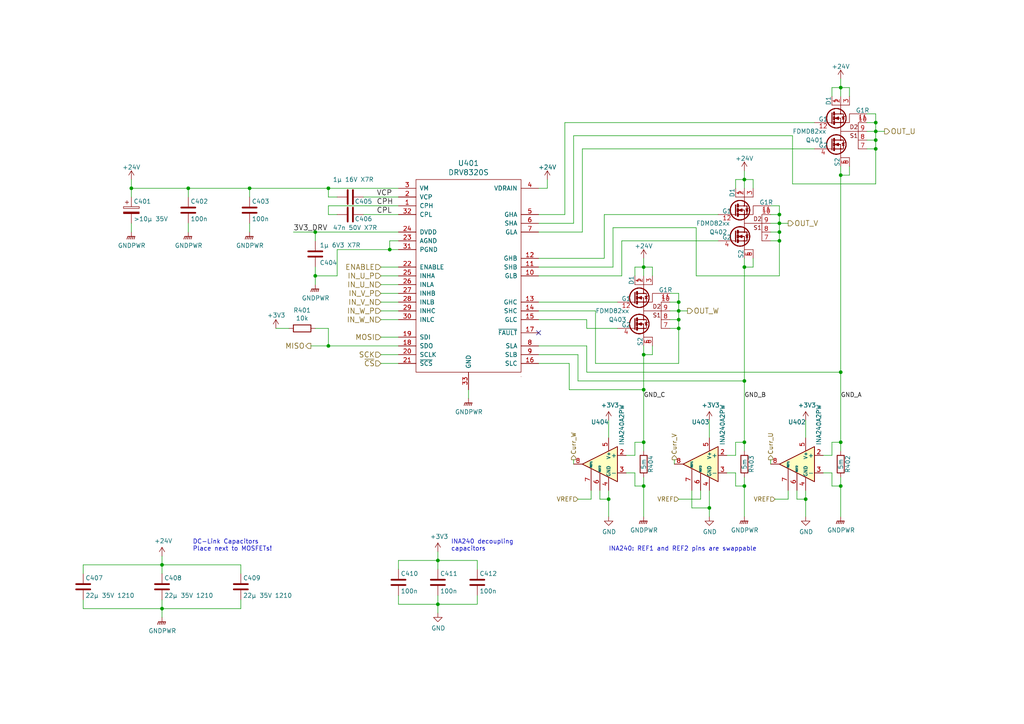
<source format=kicad_sch>
(kicad_sch (version 20230121) (generator eeschema)
  (paper "A4")
  (title_block (title "Micro-Motor V2.1") (date "2021-07-31") (rev "1") (company "Roboterclub Aachen e.V.") (comment 1 "Raphael Lehmann"))
  (lib_symbols
    (symbol "Amplifier_Current:INA240A2PW" (pin_names (offset 0.127))
      (property "Reference" "U" (at 3.81 3.81 0))
      (property "Value" "INA240A2PW" (at 3.81 -2.54 0))
      (symbol "INA240A2PW_0_1"
        (polyline (pts (xy 5.08 0) (xy -5.08 5.08) (xy -5.08 -5.08) (xy 5.08 0)) (stroke (width 0.254)) (fill (type background)))
      )
      (symbol "INA240A2PW_1_1"
        (pin passive line (at -2.54 -7.62 90) (length 3.81) hide (name "GND") (number "1"))
        (pin input line (at -7.62 2.54 0) (length 2.54) (name "+") (number "2"))
        (pin input line (at -7.62 -2.54 0) (length 2.54) (name "-") (number "3"))
        (pin power_in line (at -2.54 -7.62 90) (length 3.81) (name "GND") (number "4"))
        (pin power_in line (at -2.54 7.62 270) (length 3.81) (name "V+") (number "5"))
        (pin passive line (at 0 -7.62 90) (length 5.08) (name "REF2") (number "6"))
        (pin passive line (at 2.54 -7.62 90) (length 6.35) (name "REF1") (number "7"))
        (pin output line (at 7.62 0 180) (length 2.54) (name "~") (number "8"))
      )
    )
    (symbol "Device:C" (pin_numbers hide) (pin_names (offset 0.254))
      (property "Reference" "C" (at 0.635 2.54 0))
      (property "Value" "C" (at 0.635 -2.54 0))
      (symbol "C_0_1"
        (polyline (pts (xy -2.032 -0.762) (xy 2.032 -0.762)) (stroke (width 0.508)))
        (polyline (pts (xy -2.032 0.762) (xy 2.032 0.762)) (stroke (width 0.508)))
      )
      (symbol "C_1_1"
        (pin passive line (at 0 3.81 270) (length 2.794) (name "~") (number "1"))
        (pin passive line (at 0 -3.81 90) (length 2.794) (name "~") (number "2"))
      )
    )
    (symbol "Device:C_Polarized" (pin_numbers hide) (pin_names (offset 0.254))
      (property "Reference" "C" (at 0.635 2.54 0))
      (property "Value" "C_Polarized" (at 0.635 -2.54 0))
      (symbol "C_Polarized_0_1"
        (rectangle (start -2.286 0.508) (end 2.286 1.016))
        (polyline (pts (xy -1.778 2.286) (xy -0.762 2.286)))
        (polyline (pts (xy -1.27 2.794) (xy -1.27 1.778)))
        (rectangle (start 2.286 -0.508) (end -2.286 -1.016) (fill (type outline)))
      )
      (symbol "C_Polarized_1_1"
        (pin passive line (at 0 3.81 270) (length 2.794) (name "~") (number "1"))
        (pin passive line (at 0 -3.81 90) (length 2.794) (name "~") (number "2"))
      )
    )
    (symbol "Device:R" (pin_numbers hide) (pin_names (offset 0))
      (property "Reference" "R" (at 2.032 0 90))
      (property "Value" "R" (at 0 0 90))
      (symbol "R_0_1"
        (rectangle (start -1.016 -2.54) (end 1.016 2.54) (stroke (width 0.254)))
      )
      (symbol "R_1_1"
        (pin passive line (at 0 3.81 270) (length 1.27) (name "~") (number "1"))
        (pin passive line (at 0 -3.81 90) (length 1.27) (name "~") (number "2"))
      )
    )
    (symbol "FDMD82xx:FDMD82xx" (pin_names (offset 0))
      (property "Reference" "Q" (at -8.89 -2.54 0))
      (property "Value" "FDMD82xx" (at -12.7 0 0))
      (symbol "FDMD82xx_0_0"
        (polyline (pts (xy 6.35 0) (xy 1.27 0)))
        (polyline (pts (xy 6.35 2.54) (xy 6.35 -5.08)))
        (polyline (pts (xy 6.35 5.08) (xy 3.81 5.08) (xy 3.81 2.54) (xy 1.27 2.54)))
        (text "D2" (at 5.08 1.27 0) (effects (font (size 1.1938 1.1938))))
        (text "S1" (at 5.08 -1.27 0) (effects (font (size 1.1938 1.1938))))
      )
      (symbol "FDMD82xx_0_1"
        (circle (center 0 -3.81) (radius 2.8194) (stroke (width 0.254)))
        (circle (center 0 -3.81) (radius 2.8194) (stroke (width 0.254)))
        (circle (center 0 -3.81) (radius 2.8194) (stroke (width 0.254)))
        (circle (center 0 -3.81) (radius 2.8194) (stroke (width 0.254)))
        (polyline (pts (xy -0.635 -4.826) (xy -0.635 -5.461)) (stroke (width 0.508)))
        (polyline (pts (xy -0.635 -4.826) (xy -0.635 -5.461)) (stroke (width 0.508)))
        (polyline (pts (xy -0.635 -4.826) (xy -0.635 -5.461)) (stroke (width 0.508)))
        (polyline (pts (xy -0.635 -4.826) (xy -0.635 -5.461)) (stroke (width 0.508)))
        (polyline (pts (xy -0.635 -3.429) (xy -0.635 -4.191)) (stroke (width 0.508)))
        (polyline (pts (xy -0.635 -3.429) (xy -0.635 -4.191)) (stroke (width 0.508)))
        (polyline (pts (xy -0.635 -3.429) (xy -0.635 -4.191)) (stroke (width 0.508)))
        (polyline (pts (xy -0.635 -3.429) (xy -0.635 -4.191)) (stroke (width 0.508)))
        (polyline (pts (xy -0.635 -2.159) (xy -0.635 -2.794)) (stroke (width 0.508)))
        (polyline (pts (xy -0.635 -2.159) (xy -0.635 -2.794)) (stroke (width 0.508)))
        (polyline (pts (xy -0.635 -2.159) (xy -0.635 -2.794)) (stroke (width 0.508)))
        (polyline (pts (xy -0.635 -2.159) (xy -0.635 -2.794)) (stroke (width 0.508)))
        (polyline (pts (xy -0.635 2.794) (xy -0.635 2.159)) (stroke (width 0.508)))
        (polyline (pts (xy -0.635 2.794) (xy -0.635 2.159)) (stroke (width 0.508)))
        (polyline (pts (xy -0.635 2.794) (xy -0.635 2.159)) (stroke (width 0.508)))
        (polyline (pts (xy -0.635 2.794) (xy -0.635 2.159)) (stroke (width 0.508)))
        (polyline (pts (xy -0.635 4.191) (xy -0.635 3.429)) (stroke (width 0.508)))
        (polyline (pts (xy -0.635 4.191) (xy -0.635 3.429)) (stroke (width 0.508)))
        (polyline (pts (xy -0.635 4.191) (xy -0.635 3.429)) (stroke (width 0.508)))
        (polyline (pts (xy -0.635 4.191) (xy -0.635 3.429)) (stroke (width 0.508)))
        (polyline (pts (xy -0.635 5.461) (xy -0.635 4.826)) (stroke (width 0.508)))
        (polyline (pts (xy -0.635 5.461) (xy -0.635 4.826)) (stroke (width 0.508)))
        (polyline (pts (xy -0.635 5.461) (xy -0.635 4.826)) (stroke (width 0.508)))
        (polyline (pts (xy -0.635 5.461) (xy -0.635 4.826)) (stroke (width 0.508)))
        (polyline (pts (xy 1.27 1.27) (xy 1.27 -1.27)))
        (polyline (pts (xy 1.27 6.35) (xy 1.27 7.62)))
        (polyline (pts (xy 1.778 -3.429) (xy 1.651 -3.556)))
        (polyline (pts (xy 1.778 -3.429) (xy 1.651 -3.556)))
        (polyline (pts (xy 1.778 -3.429) (xy 1.651 -3.556)))
        (polyline (pts (xy 1.778 -3.429) (xy 1.651 -3.556)))
        (polyline (pts (xy 1.778 -3.429) (xy 2.286 -3.429)))
        (polyline (pts (xy 1.778 -3.429) (xy 2.286 -3.429)))
        (polyline (pts (xy 1.778 -3.429) (xy 2.286 -3.429)))
        (polyline (pts (xy 1.778 -3.429) (xy 2.286 -3.429)))
        (polyline (pts (xy 1.778 4.191) (xy 1.651 4.064)))
        (polyline (pts (xy 1.778 4.191) (xy 1.651 4.064)))
        (polyline (pts (xy 1.778 4.191) (xy 1.651 4.064)))
        (polyline (pts (xy 1.778 4.191) (xy 1.651 4.064)))
        (polyline (pts (xy 1.778 4.191) (xy 2.286 4.191)))
        (polyline (pts (xy 1.778 4.191) (xy 2.286 4.191)))
        (polyline (pts (xy 1.778 4.191) (xy 2.286 4.191)))
        (polyline (pts (xy 1.778 4.191) (xy 2.286 4.191)))
        (polyline (pts (xy 2.286 -3.429) (xy 2.413 -3.302)))
        (polyline (pts (xy 2.286 -3.429) (xy 2.413 -3.302)))
        (polyline (pts (xy 2.286 -3.429) (xy 2.413 -3.302)))
        (polyline (pts (xy 2.286 -3.429) (xy 2.413 -3.302)))
        (polyline (pts (xy 2.286 4.191) (xy 2.413 4.318)))
        (polyline (pts (xy 2.286 4.191) (xy 2.413 4.318)))
        (polyline (pts (xy 2.286 4.191) (xy 2.413 4.318)))
        (polyline (pts (xy 2.286 4.191) (xy 2.413 4.318)))
        (polyline (pts (xy -1.27 -2.286) (xy -1.27 -5.334) (xy -1.27 -5.334)) (stroke (width 0.254)))
        (polyline (pts (xy -1.27 -2.286) (xy -1.27 -5.334) (xy -1.27 -5.334)) (stroke (width 0.254)))
        (polyline (pts (xy -1.27 -2.286) (xy -1.27 -5.334) (xy -1.27 -5.334)) (stroke (width 0.254)))
        (polyline (pts (xy -1.27 -2.286) (xy -1.27 -5.334) (xy -1.27 -5.334)) (stroke (width 0.254)))
        (polyline (pts (xy -1.27 5.334) (xy -1.27 2.286) (xy -1.27 2.286)) (stroke (width 0.254)))
        (polyline (pts (xy -1.27 5.334) (xy -1.27 2.286) (xy -1.27 2.286)) (stroke (width 0.254)))
        (polyline (pts (xy -1.27 5.334) (xy -1.27 2.286) (xy -1.27 2.286)) (stroke (width 0.254)))
        (polyline (pts (xy -1.27 5.334) (xy -1.27 2.286) (xy -1.27 2.286)) (stroke (width 0.254)))
        (polyline (pts (xy -1.27 7.62) (xy 1.27 7.62) (xy 3.81 7.62)))
        (polyline (pts (xy 3.81 -7.62) (xy 1.27 -7.62) (xy 1.27 -6.35)))
        (polyline (pts (xy -0.508 -5.08) (xy 1.27 -5.08) (xy 1.27 -6.35) (xy 1.27 -6.35)))
        (polyline (pts (xy -0.508 -5.08) (xy 1.27 -5.08) (xy 1.27 -6.35) (xy 1.27 -6.35)))
        (polyline (pts (xy -0.508 -5.08) (xy 1.27 -5.08) (xy 1.27 -6.35) (xy 1.27 -6.35)))
        (polyline (pts (xy -0.508 -5.08) (xy 1.27 -5.08) (xy 1.27 -6.35) (xy 1.27 -6.35)))
        (polyline (pts (xy -0.508 -2.54) (xy 1.27 -2.54) (xy 1.27 -1.27) (xy 1.27 -1.27)))
        (polyline (pts (xy -0.508 -2.54) (xy 1.27 -2.54) (xy 1.27 -1.27) (xy 1.27 -1.27)))
        (polyline (pts (xy -0.508 -2.54) (xy 1.27 -2.54) (xy 1.27 -1.27) (xy 1.27 -1.27)))
        (polyline (pts (xy -0.508 -2.54) (xy 1.27 -2.54) (xy 1.27 -1.27) (xy 1.27 -1.27)))
        (polyline (pts (xy -0.508 2.54) (xy 1.27 2.54) (xy 1.27 1.27) (xy 1.27 1.27)))
        (polyline (pts (xy -0.508 2.54) (xy 1.27 2.54) (xy 1.27 1.27) (xy 1.27 1.27)))
        (polyline (pts (xy -0.508 2.54) (xy 1.27 2.54) (xy 1.27 1.27) (xy 1.27 1.27)))
        (polyline (pts (xy -0.508 2.54) (xy 1.27 2.54) (xy 1.27 1.27) (xy 1.27 1.27)))
        (polyline (pts (xy -0.508 5.08) (xy 1.27 5.08) (xy 1.27 6.35) (xy 1.27 6.35)))
        (polyline (pts (xy -0.508 5.08) (xy 1.27 5.08) (xy 1.27 6.35) (xy 1.27 6.35)))
        (polyline (pts (xy -0.508 5.08) (xy 1.27 5.08) (xy 1.27 6.35) (xy 1.27 6.35)))
        (polyline (pts (xy -0.508 5.08) (xy 1.27 5.08) (xy 1.27 6.35) (xy 1.27 6.35)))
        (polyline (pts (xy 1.27 -2.54) (xy 2.032 -2.54) (xy 2.032 -5.08) (xy 1.27 -5.08)))
        (polyline (pts (xy 1.27 -2.54) (xy 2.032 -2.54) (xy 2.032 -5.08) (xy 1.27 -5.08)))
        (polyline (pts (xy 1.27 -2.54) (xy 2.032 -2.54) (xy 2.032 -5.08) (xy 1.27 -5.08)))
        (polyline (pts (xy 1.27 -2.54) (xy 2.032 -2.54) (xy 2.032 -5.08) (xy 1.27 -5.08)))
        (polyline (pts (xy 1.27 5.08) (xy 2.032 5.08) (xy 2.032 2.54) (xy 1.27 2.54)))
        (polyline (pts (xy 1.27 5.08) (xy 2.032 5.08) (xy 2.032 2.54) (xy 1.27 2.54)))
        (polyline (pts (xy 1.27 5.08) (xy 2.032 5.08) (xy 2.032 2.54) (xy 1.27 2.54)))
        (polyline (pts (xy 1.27 5.08) (xy 2.032 5.08) (xy 2.032 2.54) (xy 1.27 2.54)))
        (polyline (pts (xy 2.032 -3.429) (xy 1.778 -4.064) (xy 2.286 -4.064) (xy 2.032 -3.429)) (fill (type outline)))
        (polyline (pts (xy 2.032 -3.429) (xy 1.778 -4.064) (xy 2.286 -4.064) (xy 2.032 -3.429)) (fill (type outline)))
        (polyline (pts (xy 2.032 -3.429) (xy 1.778 -4.064) (xy 2.286 -4.064) (xy 2.032 -3.429)) (fill (type outline)))
        (polyline (pts (xy 2.032 -3.429) (xy 1.778 -4.064) (xy 2.286 -4.064) (xy 2.032 -3.429)) (fill (type outline)))
        (polyline (pts (xy 2.032 4.191) (xy 1.778 3.556) (xy 2.286 3.556) (xy 2.032 4.191)) (fill (type outline)))
        (polyline (pts (xy 2.032 4.191) (xy 1.778 3.556) (xy 2.286 3.556) (xy 2.032 4.191)) (fill (type outline)))
        (polyline (pts (xy 2.032 4.191) (xy 1.778 3.556) (xy 2.286 3.556) (xy 2.032 4.191)) (fill (type outline)))
        (polyline (pts (xy 2.032 4.191) (xy 1.778 3.556) (xy 2.286 3.556) (xy 2.032 4.191)) (fill (type outline)))
        (polyline (pts (xy -0.508 -3.81) (xy 0 -3.81) (xy 1.27 -3.81) (xy 1.27 -5.08) (xy 1.27 -5.08)))
        (polyline (pts (xy -0.508 -3.81) (xy 0 -3.81) (xy 1.27 -3.81) (xy 1.27 -5.08) (xy 1.27 -5.08)))
        (polyline (pts (xy -0.508 -3.81) (xy 0 -3.81) (xy 1.27 -3.81) (xy 1.27 -5.08) (xy 1.27 -5.08)))
        (polyline (pts (xy -0.508 -3.81) (xy 0 -3.81) (xy 1.27 -3.81) (xy 1.27 -5.08) (xy 1.27 -5.08)))
        (polyline (pts (xy -0.508 3.81) (xy 0 3.81) (xy 1.27 3.81) (xy 1.27 2.54) (xy 1.27 2.54)))
        (polyline (pts (xy -0.508 3.81) (xy 0 3.81) (xy 1.27 3.81) (xy 1.27 2.54) (xy 1.27 2.54)))
        (polyline (pts (xy -0.508 3.81) (xy 0 3.81) (xy 1.27 3.81) (xy 1.27 2.54) (xy 1.27 2.54)))
        (polyline (pts (xy -0.508 3.81) (xy 0 3.81) (xy 1.27 3.81) (xy 1.27 2.54) (xy 1.27 2.54)))
        (polyline (pts (xy -0.381 -3.81) (xy 0.635 -3.429) (xy 0.635 -4.191) (xy -0.381 -3.81) (xy -0.254 -3.81) (xy -0.254 -3.81)) (fill (type outline)))
        (polyline (pts (xy -0.381 -3.81) (xy 0.635 -3.429) (xy 0.635 -4.191) (xy -0.381 -3.81) (xy -0.254 -3.81) (xy -0.254 -3.81)) (fill (type outline)))
        (polyline (pts (xy -0.381 -3.81) (xy 0.635 -3.429) (xy 0.635 -4.191) (xy -0.381 -3.81) (xy -0.254 -3.81) (xy -0.254 -3.81)) (fill (type outline)))
        (polyline (pts (xy -0.381 -3.81) (xy 0.635 -3.429) (xy 0.635 -4.191) (xy -0.381 -3.81) (xy -0.254 -3.81) (xy -0.254 -3.81)) (fill (type outline)))
        (polyline (pts (xy -0.381 3.81) (xy 0.635 4.191) (xy 0.635 3.429) (xy -0.381 3.81) (xy -0.254 3.81) (xy -0.254 3.81)) (fill (type outline)))
        (polyline (pts (xy -0.381 3.81) (xy 0.635 4.191) (xy 0.635 3.429) (xy -0.381 3.81) (xy -0.254 3.81) (xy -0.254 3.81)) (fill (type outline)))
        (polyline (pts (xy -0.381 3.81) (xy 0.635 4.191) (xy 0.635 3.429) (xy -0.381 3.81) (xy -0.254 3.81) (xy -0.254 3.81)) (fill (type outline)))
        (polyline (pts (xy -0.381 3.81) (xy 0.635 4.191) (xy 0.635 3.429) (xy -0.381 3.81) (xy -0.254 3.81) (xy -0.254 3.81)) (fill (type outline)))
        (circle (center 0 3.81) (radius 2.8194) (stroke (width 0.254)))
        (circle (center 0 3.81) (radius 2.8194) (stroke (width 0.254)))
        (circle (center 0 3.81) (radius 2.8194) (stroke (width 0.254)))
        (circle (center 0 3.81) (radius 2.8194) (stroke (width 0.254)))
        (circle (center 1.27 -5.08) (radius 0.127))
        (circle (center 1.27 -5.08) (radius 0.127))
        (circle (center 1.27 -5.08) (radius 0.127))
        (circle (center 1.27 -5.08) (radius 0.127))
        (circle (center 1.27 -2.54) (radius 0.127))
        (circle (center 1.27 -2.54) (radius 0.127))
        (circle (center 1.27 -2.54) (radius 0.127))
        (circle (center 1.27 -2.54) (radius 0.127))
        (circle (center 1.27 2.54) (radius 0.127))
        (circle (center 1.27 2.54) (radius 0.127))
        (circle (center 1.27 2.54) (radius 0.127))
        (circle (center 1.27 2.54) (radius 0.127))
        (circle (center 1.27 5.08) (radius 0.127))
        (circle (center 1.27 5.08) (radius 0.127))
        (circle (center 1.27 5.08) (radius 0.127))
        (circle (center 1.27 5.08) (radius 0.127))
      )
      (symbol "FDMD82xx_1_1"
        (pin passive line (at -1.27 10.16 270) (length 2.54) (name "D1") (number "1"))
        (pin passive line (at 8.89 2.54 180) (length 2.54) (name "~") (number "10"))
        (pin passive line (at 8.89 5.08 180) (length 2.54) (name "G1R") (number "11"))
        (pin input line (at -6.35 2.54 0) (length 5.08) (name "G1") (number "12"))
        (pin passive line (at -1.27 10.16 270) (length 2.54) hide (name "D1") (number "13"))
        (pin passive line (at 1.27 -10.16 90) (length 2.54) hide (name "S2") (number "14"))
        (pin passive line (at 1.27 10.16 270) (length 2.54) (name "~") (number "2"))
        (pin passive line (at 3.81 10.16 270) (length 2.54) (name "~") (number "3"))
        (pin passive line (at -6.35 -5.08 0) (length 5.08) (name "G2") (number "4"))
        (pin passive line (at 1.27 -10.16 90) (length 2.54) (name "S2") (number "5"))
        (pin passive line (at 3.81 -10.16 90) (length 2.54) (name "~") (number "6"))
        (pin passive line (at 8.89 -5.08 180) (length 2.54) (name "~") (number "7"))
        (pin passive line (at 8.89 -2.54 180) (length 2.54) (name "~") (number "8"))
        (pin passive line (at 8.89 0 180) (length 2.54) (name "~") (number "9"))
      )
    )
    (symbol "drv8323s:DRV8320S" (pin_names (offset 1.016))
      (property "Reference" "U" (at 0 34.29 0))
      (property "Value" "DRV8320S" (at 0 0 0))
      (symbol "DRV8320S_0_1"
        (rectangle (start -15.24 33.02) (end 15.24 -22.86))
        (rectangle (start 15.24 -24.13) (end 15.24 -24.13))
      )
      (symbol "DRV8320S_1_1"
        (pin bidirectional line (at -20.32 25.4 0) (length 5.08) (name "CPH") (number "1"))
        (pin output line (at 20.32 5.08 180) (length 5.08) (name "GLB") (number "10"))
        (pin input line (at 20.32 7.62 180) (length 5.08) (name "SHB") (number "11"))
        (pin output line (at 20.32 10.16 180) (length 5.08) (name "GHB") (number "12"))
        (pin output line (at 20.32 -2.54 180) (length 5.08) (name "GHC") (number "13"))
        (pin input line (at 20.32 -5.08 180) (length 5.08) (name "SHC") (number "14"))
        (pin output line (at 20.32 -7.62 180) (length 5.08) (name "GLC") (number "15"))
        (pin input line (at 20.32 -20.32 180) (length 5.08) (name "SLC") (number "16"))
        (pin open_collector line (at 20.32 -11.43 180) (length 5.08) (name "~{FAULT}") (number "17"))
        (pin output line (at -20.32 -15.24 0) (length 5.08) (name "SDO") (number "18"))
        (pin input line (at -20.32 -12.7 0) (length 5.08) (name "SDI") (number "19"))
        (pin bidirectional line (at -20.32 27.94 0) (length 5.08) (name "VCP") (number "2"))
        (pin input line (at -20.32 -17.78 0) (length 5.08) (name "SCLK") (number "20"))
        (pin input line (at -20.32 -20.32 0) (length 5.08) (name "~{SCS}") (number "21"))
        (pin input line (at -20.32 7.62 0) (length 5.08) (name "ENABLE") (number "22"))
        (pin power_in line (at -20.32 15.24 0) (length 5.08) (name "AGND") (number "23"))
        (pin power_out line (at -20.32 17.78 0) (length 5.08) (name "DVDD") (number "24"))
        (pin input line (at -20.32 5.08 0) (length 5.08) (name "INHA") (number "25"))
        (pin input line (at -20.32 2.54 0) (length 5.08) (name "INLA") (number "26"))
        (pin input line (at -20.32 0 0) (length 5.08) (name "INHB") (number "27"))
        (pin input line (at -20.32 -2.54 0) (length 5.08) (name "INLB") (number "28"))
        (pin input line (at -20.32 -5.08 0) (length 5.08) (name "INHC") (number "29"))
        (pin power_in line (at -20.32 30.48 0) (length 5.08) (name "VM") (number "3"))
        (pin input line (at -20.32 -7.62 0) (length 5.08) (name "INLC") (number "30"))
        (pin power_in line (at -20.32 12.7 0) (length 5.08) (name "PGND") (number "31"))
        (pin bidirectional line (at -20.32 22.86 0) (length 5.08) (name "CPL") (number "32"))
        (pin passive line (at 0 -27.94 90) (length 5.08) (name "GND") (number "33"))
        (pin input line (at 20.32 30.48 180) (length 5.08) (name "VDRAIN") (number "4"))
        (pin output line (at 20.32 22.86 180) (length 5.08) (name "GHA") (number "5"))
        (pin input line (at 20.32 20.32 180) (length 5.08) (name "SHA") (number "6"))
        (pin output line (at 20.32 17.78 180) (length 5.08) (name "GLA") (number "7"))
        (pin input line (at 20.32 -15.24 180) (length 5.08) (name "SLA") (number "8"))
        (pin input line (at 20.32 -17.78 180) (length 5.08) (name "SLB") (number "9"))
      )
    )
    (symbol "power:+24V" (power) (pin_names (offset 0))
      (property "Value" "+24V" (at 0 3.556 0))
      (symbol "+24V_0_1"
        (polyline (pts (xy -0.762 1.27) (xy 0 2.54)))
        (polyline (pts (xy 0 0) (xy 0 2.54)))
        (polyline (pts (xy 0 2.54) (xy 0.762 1.27)))
      )
      (symbol "+24V_1_1"
        (pin power_in line (at 0 0 90) (length 0) hide (name "+24V") (number "1"))
      )
    )
    (symbol "power:+3V3" (power) (pin_names (offset 0))
      (property "Value" "+3V3" (at 0 3.556 0))
      (symbol "+3V3_0_1"
        (polyline (pts (xy -0.762 1.27) (xy 0 2.54)))
        (polyline (pts (xy 0 0) (xy 0 2.54)))
        (polyline (pts (xy 0 2.54) (xy 0.762 1.27)))
      )
      (symbol "+3V3_1_1"
        (pin power_in line (at 0 0 90) (length 0) hide (name "+3V3") (number "1"))
      )
    )
    (symbol "power:GND" (power) (pin_names (offset 0))
      (property "Value" "GND" (at 0 -3.81 0))
      (symbol "GND_0_1"
        (polyline (pts (xy 0 0) (xy 0 -1.27) (xy 1.27 -1.27) (xy 0 -2.54) (xy -1.27 -1.27) (xy 0 -1.27)))
      )
      (symbol "GND_1_1"
        (pin power_in line (at 0 0 270) (length 0) hide (name "GND") (number "1"))
      )
    )
    (symbol "power:GNDPWR" (power) (pin_names (offset 0))
      (property "Value" "GNDPWR" (at 0 -3.302 0))
      (symbol "GNDPWR_0_1"
        (polyline (pts (xy 0 -1.27) (xy 0 0)))
        (polyline (pts (xy -1.016 -1.27) (xy -1.27 -2.032) (xy -1.27 -2.032)) (stroke (width 0.2032)))
        (polyline (pts (xy -0.508 -1.27) (xy -0.762 -2.032) (xy -0.762 -2.032)) (stroke (width 0.2032)))
        (polyline (pts (xy 0 -1.27) (xy -0.254 -2.032) (xy -0.254 -2.032)) (stroke (width 0.2032)))
        (polyline (pts (xy 0.508 -1.27) (xy 0.254 -2.032) (xy 0.254 -2.032)) (stroke (width 0.2032)))
        (polyline (pts (xy 1.016 -1.27) (xy -1.016 -1.27) (xy -1.016 -1.27)) (stroke (width 0.2032)))
        (polyline (pts (xy 1.016 -1.27) (xy 0.762 -2.032) (xy 0.762 -2.032) (xy 0.762 -2.032)) (stroke (width 0.2032)))
      )
      (symbol "GNDPWR_1_1"
        (pin power_in line (at 0 0 270) (length 0) hide (name "GNDPWR") (number "1"))
      )
    )
  )
  (junction (at 113.03 72.39))
  (junction (at 54.61 54.61))
  (junction (at 176.53 144.78))
  (junction (at 215.9 52.07))
  (junction (at 254 40.64))
  (junction (at 205.74 147.32))
  (junction (at 243.84 140.97))
  (junction (at 243.84 128.27))
  (junction (at 127 162.56))
  (junction (at 196.85 87.63))
  (junction (at 215.9 140.97))
  (junction (at 95.25 100.33))
  (junction (at 186.69 113.03))
  (junction (at 127 175.26))
  (junction (at 186.69 140.97))
  (junction (at 233.68 144.78))
  (junction (at 196.85 90.17))
  (junction (at 46.99 176.53))
  (junction (at 95.25 54.61))
  (junction (at 243.84 25.4))
  (junction (at 186.69 102.87))
  (junction (at 215.9 110.49))
  (junction (at 254 38.1))
  (junction (at 254 43.18))
  (junction (at 215.9 128.27))
  (junction (at 226.06 69.85))
  (junction (at 215.9 77.47))
  (junction (at 38.1 54.61))
  (junction (at 226.06 62.23))
  (junction (at 46.99 163.83))
  (junction (at 243.84 50.8))
  (junction (at 226.06 67.31))
  (junction (at 196.85 92.71))
  (junction (at 186.69 77.47))
  (junction (at 91.44 67.31))
  (junction (at 226.06 64.77))
  (junction (at 254 35.56))
  (junction (at 196.85 95.25))
  (junction (at 243.84 107.95))
  (junction (at 72.39 54.61))
  (junction (at 186.69 128.27))
  (junction (at 91.44 80.01))
  (no_connect (at 156.21 96.52))
  (wire (pts (xy 91.44 67.31) (xy 91.44 69.85)))
  (wire (pts (xy 170.18 95.25) (xy 170.18 92.71)))
  (wire (pts (xy 90.17 100.33) (xy 95.25 100.33)))
  (wire (pts (xy 254 43.18) (xy 254 40.64)))
  (wire (pts (xy 215.9 49.53) (xy 215.9 52.07)))
  (wire (pts (xy 186.69 128.27) (xy 186.69 130.81)))
  (wire (pts (xy 175.26 62.23) (xy 208.28 62.23)))
  (wire (pts (xy 205.74 121.92) (xy 205.74 127)))
  (wire (pts (xy 156.21 100.33) (xy 170.18 100.33)))
  (wire (pts (xy 226.06 64.77) (xy 228.6 64.77)))
  (wire (pts (xy 205.74 147.32) (xy 205.74 149.86)))
  (wire (pts (xy 180.34 69.85) (xy 208.28 69.85)))
  (wire (pts (xy 228.6 144.78) (xy 228.6 142.24)))
  (wire (pts (xy 24.13 163.83) (xy 46.99 163.83)))
  (wire (pts (xy 165.1 105.41) (xy 165.1 113.03)))
  (wire (pts (xy 163.83 35.56) (xy 236.22 35.56)))
  (wire (pts (xy 226.06 80.01) (xy 226.06 69.85)))
  (wire (pts (xy 229.87 39.37) (xy 229.87 53.34)))
  (wire (pts (xy 210.82 137.16) (xy 213.36 137.16)))
  (wire (pts (xy 243.84 140.97) (xy 243.84 149.86)))
  (wire (pts (xy 215.9 77.47) (xy 218.44 77.47)))
  (wire (pts (xy 223.52 59.69) (xy 226.06 59.69)))
  (wire (pts (xy 115.57 85.09) (xy 110.49 85.09)))
  (wire (pts (xy 226.06 69.85) (xy 223.52 69.85)))
  (wire (pts (xy 223.52 134.62) (xy 223.52 133.35)))
  (wire (pts (xy 127 172.72) (xy 127 175.26)))
  (wire (pts (xy 200.66 142.24) (xy 200.66 147.32)))
  (wire (pts (xy 156.21 87.63) (xy 179.07 87.63)))
  (wire (pts (xy 46.99 176.53) (xy 69.85 176.53)))
  (wire (pts (xy 170.18 107.95) (xy 243.84 107.95)))
  (wire (pts (xy 54.61 57.15) (xy 54.61 54.61)))
  (wire (pts (xy 38.1 57.15) (xy 38.1 54.61)))
  (wire (pts (xy 69.85 163.83) (xy 69.85 166.37)))
  (wire (pts (xy 194.31 87.63) (xy 196.85 87.63)))
  (wire (pts (xy 213.36 52.07) (xy 213.36 54.61)))
  (wire (pts (xy 72.39 67.31) (xy 72.39 64.77)))
  (wire (pts (xy 233.68 121.92) (xy 233.68 127)))
  (wire (pts (xy 184.15 132.08) (xy 184.15 128.27)))
  (wire (pts (xy 97.79 72.39) (xy 113.03 72.39)))
  (wire (pts (xy 195.58 134.62) (xy 195.58 133.35)))
  (wire (pts (xy 186.69 100.33) (xy 186.69 102.87)))
  (wire (pts (xy 167.64 144.78) (xy 171.45 144.78)))
  (wire (pts (xy 201.93 66.04) (xy 201.93 80.01)))
  (wire (pts (xy 113.03 72.39) (xy 115.57 72.39)))
  (wire (pts (xy 105.41 57.15) (xy 115.57 57.15)))
  (wire (pts (xy 97.79 80.01) (xy 97.79 72.39)))
  (wire (pts (xy 110.49 105.41) (xy 115.57 105.41)))
  (wire (pts (xy 110.49 82.55) (xy 115.57 82.55)))
  (wire (pts (xy 200.66 147.32) (xy 205.74 147.32)))
  (wire (pts (xy 166.37 39.37) (xy 229.87 39.37)))
  (wire (pts (xy 38.1 54.61) (xy 38.1 52.07)))
  (wire (pts (xy 215.9 52.07) (xy 215.9 54.61)))
  (wire (pts (xy 238.76 132.08) (xy 241.3 132.08)))
  (wire (pts (xy 138.43 162.56) (xy 138.43 165.1)))
  (wire (pts (xy 168.91 43.18) (xy 236.22 43.18)))
  (wire (pts (xy 46.99 173.99) (xy 46.99 176.53)))
  (wire (pts (xy 229.87 53.34) (xy 254 53.34)))
  (wire (pts (xy 24.13 166.37) (xy 24.13 163.83)))
  (wire (pts (xy 226.06 67.31) (xy 226.06 64.77)))
  (wire (pts (xy 181.61 132.08) (xy 184.15 132.08)))
  (wire (pts (xy 213.36 132.08) (xy 213.36 128.27)))
  (wire (pts (xy 186.69 102.87) (xy 186.69 113.03)))
  (wire (pts (xy 95.25 54.61) (xy 115.57 54.61)))
  (wire (pts (xy 115.57 62.23) (xy 105.41 62.23)))
  (wire (pts (xy 196.85 92.71) (xy 196.85 90.17)))
  (wire (pts (xy 176.53 121.92) (xy 176.53 127)))
  (wire (pts (xy 113.03 69.85) (xy 113.03 72.39)))
  (wire (pts (xy 210.82 132.08) (xy 213.36 132.08)))
  (wire (pts (xy 80.01 95.25) (xy 83.82 95.25)))
  (wire (pts (xy 91.44 95.25) (xy 95.25 95.25)))
  (wire (pts (xy 91.44 80.01) (xy 91.44 82.55)))
  (wire (pts (xy 215.9 110.49) (xy 215.9 128.27)))
  (wire (pts (xy 246.38 50.8) (xy 246.38 48.26)))
  (wire (pts (xy 177.8 66.04) (xy 201.93 66.04)))
  (wire (pts (xy 175.26 62.23) (xy 175.26 74.93)))
  (wire (pts (xy 24.13 176.53) (xy 46.99 176.53)))
  (wire (pts (xy 91.44 77.47) (xy 91.44 80.01)))
  (wire (pts (xy 203.2 142.24) (xy 203.2 144.78)))
  (wire (pts (xy 156.21 105.41) (xy 165.1 105.41)))
  (wire (pts (xy 184.15 77.47) (xy 184.15 80.01)))
  (wire (pts (xy 243.84 128.27) (xy 243.84 130.81)))
  (wire (pts (xy 158.75 54.61) (xy 156.21 54.61)))
  (wire (pts (xy 110.49 87.63) (xy 115.57 87.63)))
  (wire (pts (xy 115.57 69.85) (xy 113.03 69.85)))
  (wire (pts (xy 170.18 92.71) (xy 156.21 92.71)))
  (wire (pts (xy 91.44 80.01) (xy 97.79 80.01)))
  (wire (pts (xy 231.14 142.24) (xy 231.14 144.78)))
  (wire (pts (xy 85.09 67.31) (xy 91.44 67.31)))
  (wire (pts (xy 156.21 102.87) (xy 167.64 102.87)))
  (wire (pts (xy 170.18 100.33) (xy 170.18 107.95)))
  (wire (pts (xy 38.1 67.31) (xy 38.1 64.77)))
  (wire (pts (xy 184.15 128.27) (xy 186.69 128.27)))
  (wire (pts (xy 180.34 69.85) (xy 180.34 80.01)))
  (wire (pts (xy 163.83 35.56) (xy 163.83 62.23)))
  (wire (pts (xy 243.84 50.8) (xy 243.84 107.95)))
  (wire (pts (xy 95.25 62.23) (xy 95.25 59.69)))
  (wire (pts (xy 173.99 144.78) (xy 176.53 144.78)))
  (wire (pts (xy 205.74 147.32) (xy 205.74 142.24)))
  (wire (pts (xy 223.52 67.31) (xy 226.06 67.31)))
  (wire (pts (xy 186.69 74.93) (xy 186.69 77.47)))
  (wire (pts (xy 254 43.18) (xy 251.46 43.18)))
  (wire (pts (xy 194.31 90.17) (xy 196.85 90.17)))
  (wire (pts (xy 189.23 102.87) (xy 189.23 100.33)))
  (wire (pts (xy 215.9 138.43) (xy 215.9 140.97)))
  (wire (pts (xy 184.15 140.97) (xy 186.69 140.97)))
  (wire (pts (xy 179.07 95.25) (xy 170.18 95.25)))
  (wire (pts (xy 251.46 35.56) (xy 254 35.56)))
  (wire (pts (xy 223.52 64.77) (xy 226.06 64.77)))
  (wire (pts (xy 196.85 87.63) (xy 196.85 85.09)))
  (wire (pts (xy 135.89 113.03) (xy 135.89 115.57)))
  (wire (pts (xy 46.99 166.37) (xy 46.99 163.83)))
  (wire (pts (xy 243.84 22.86) (xy 243.84 25.4)))
  (wire (pts (xy 46.99 163.83) (xy 69.85 163.83)))
  (wire (pts (xy 69.85 176.53) (xy 69.85 173.99)))
  (wire (pts (xy 110.49 77.47) (xy 115.57 77.47)))
  (wire (pts (xy 184.15 77.47) (xy 186.69 77.47)))
  (wire (pts (xy 196.85 90.17) (xy 196.85 87.63)))
  (wire (pts (xy 115.57 165.1) (xy 115.57 162.56)))
  (wire (pts (xy 180.34 80.01) (xy 156.21 80.01)))
  (wire (pts (xy 196.85 95.25) (xy 194.31 95.25)))
  (wire (pts (xy 241.3 140.97) (xy 243.84 140.97)))
  (wire (pts (xy 186.69 77.47) (xy 186.69 80.01)))
  (wire (pts (xy 243.84 25.4) (xy 243.84 27.94)))
  (wire (pts (xy 171.45 144.78) (xy 171.45 142.24)))
  (wire (pts (xy 186.69 113.03) (xy 186.69 128.27)))
  (wire (pts (xy 254 38.1) (xy 254 35.56)))
  (wire (pts (xy 243.84 48.26) (xy 243.84 50.8)))
  (wire (pts (xy 241.3 132.08) (xy 241.3 128.27)))
  (wire (pts (xy 176.53 144.78) (xy 176.53 149.86)))
  (wire (pts (xy 138.43 175.26) (xy 127 175.26)))
  (wire (pts (xy 156.21 90.17) (xy 172.72 90.17)))
  (wire (pts (xy 115.57 90.17) (xy 110.49 90.17)))
  (wire (pts (xy 91.44 67.31) (xy 115.57 67.31)))
  (wire (pts (xy 95.25 59.69) (xy 115.57 59.69)))
  (wire (pts (xy 215.9 52.07) (xy 218.44 52.07)))
  (wire (pts (xy 54.61 67.31) (xy 54.61 64.77)))
  (wire (pts (xy 196.85 95.25) (xy 196.85 92.71)))
  (wire (pts (xy 241.3 137.16) (xy 241.3 140.97)))
  (wire (pts (xy 95.25 95.25) (xy 95.25 100.33)))
  (wire (pts (xy 115.57 102.87) (xy 110.49 102.87)))
  (wire (pts (xy 218.44 52.07) (xy 218.44 54.61)))
  (wire (pts (xy 115.57 175.26) (xy 115.57 172.72)))
  (wire (pts (xy 223.52 62.23) (xy 226.06 62.23)))
  (wire (pts (xy 110.49 97.79) (xy 115.57 97.79)))
  (wire (pts (xy 166.37 64.77) (xy 166.37 39.37)))
  (wire (pts (xy 177.8 77.47) (xy 177.8 66.04)))
  (wire (pts (xy 127 165.1) (xy 127 162.56)))
  (wire (pts (xy 172.72 90.17) (xy 172.72 105.41)))
  (wire (pts (xy 176.53 142.24) (xy 176.53 144.78)))
  (wire (pts (xy 243.84 138.43) (xy 243.84 140.97)))
  (wire (pts (xy 196.85 144.78) (xy 203.2 144.78)))
  (wire (pts (xy 110.49 92.71) (xy 115.57 92.71)))
  (wire (pts (xy 194.31 85.09) (xy 196.85 85.09)))
  (wire (pts (xy 254 53.34) (xy 254 43.18)))
  (wire (pts (xy 238.76 137.16) (xy 241.3 137.16)))
  (wire (pts (xy 138.43 172.72) (xy 138.43 175.26)))
  (wire (pts (xy 97.79 62.23) (xy 95.25 62.23)))
  (wire (pts (xy 186.69 77.47) (xy 189.23 77.47)))
  (wire (pts (xy 251.46 38.1) (xy 254 38.1)))
  (wire (pts (xy 194.31 92.71) (xy 196.85 92.71)))
  (wire (pts (xy 215.9 74.93) (xy 215.9 77.47)))
  (wire (pts (xy 167.64 102.87) (xy 167.64 110.49)))
  (wire (pts (xy 218.44 77.47) (xy 218.44 74.93)))
  (wire (pts (xy 254 35.56) (xy 254 33.02)))
  (wire (pts (xy 181.61 137.16) (xy 184.15 137.16)))
  (wire (pts (xy 254 40.64) (xy 254 38.1)))
  (wire (pts (xy 186.69 138.43) (xy 186.69 140.97)))
  (wire (pts (xy 226.06 62.23) (xy 226.06 59.69)))
  (wire (pts (xy 127 175.26) (xy 127 177.8)))
  (wire (pts (xy 189.23 77.47) (xy 189.23 80.01)))
  (wire (pts (xy 201.93 80.01) (xy 226.06 80.01)))
  (wire (pts (xy 72.39 54.61) (xy 95.25 54.61)))
  (wire (pts (xy 233.68 142.24) (xy 233.68 144.78)))
  (wire (pts (xy 213.36 128.27) (xy 215.9 128.27)))
  (wire (pts (xy 226.06 69.85) (xy 226.06 67.31)))
  (wire (pts (xy 172.72 105.41) (xy 196.85 105.41)))
  (wire (pts (xy 231.14 144.78) (xy 233.68 144.78)))
  (wire (pts (xy 95.25 57.15) (xy 95.25 54.61)))
  (wire (pts (xy 97.79 57.15) (xy 95.25 57.15)))
  (wire (pts (xy 215.9 77.47) (xy 215.9 110.49)))
  (wire (pts (xy 46.99 163.83) (xy 46.99 161.29)))
  (wire (pts (xy 163.83 62.23) (xy 156.21 62.23)))
  (wire (pts (xy 24.13 173.99) (xy 24.13 176.53)))
  (wire (pts (xy 165.1 113.03) (xy 186.69 113.03)))
  (wire (pts (xy 168.91 67.31) (xy 168.91 43.18)))
  (wire (pts (xy 241.3 128.27) (xy 243.84 128.27)))
  (wire (pts (xy 243.84 50.8) (xy 246.38 50.8)))
  (wire (pts (xy 54.61 54.61) (xy 72.39 54.61)))
  (wire (pts (xy 243.84 107.95) (xy 243.84 128.27)))
  (wire (pts (xy 184.15 137.16) (xy 184.15 140.97)))
  (wire (pts (xy 241.3 25.4) (xy 243.84 25.4)))
  (wire (pts (xy 186.69 102.87) (xy 189.23 102.87)))
  (wire (pts (xy 115.57 162.56) (xy 127 162.56)))
  (wire (pts (xy 166.37 134.62) (xy 166.37 133.35)))
  (wire (pts (xy 38.1 54.61) (xy 54.61 54.61)))
  (wire (pts (xy 213.36 140.97) (xy 215.9 140.97)))
  (wire (pts (xy 196.85 90.17) (xy 199.39 90.17)))
  (wire (pts (xy 115.57 80.01) (xy 110.49 80.01)))
  (wire (pts (xy 158.75 52.07) (xy 158.75 54.61)))
  (wire (pts (xy 173.99 142.24) (xy 173.99 144.78)))
  (wire (pts (xy 156.21 64.77) (xy 166.37 64.77)))
  (wire (pts (xy 251.46 40.64) (xy 254 40.64)))
  (wire (pts (xy 215.9 140.97) (xy 215.9 149.86)))
  (wire (pts (xy 254 38.1) (xy 256.54 38.1)))
  (wire (pts (xy 246.38 25.4) (xy 246.38 27.94)))
  (wire (pts (xy 213.36 52.07) (xy 215.9 52.07)))
  (wire (pts (xy 167.64 110.49) (xy 215.9 110.49)))
  (wire (pts (xy 251.46 33.02) (xy 254 33.02)))
  (wire (pts (xy 233.68 144.78) (xy 233.68 149.86)))
  (wire (pts (xy 243.84 25.4) (xy 246.38 25.4)))
  (wire (pts (xy 127 175.26) (xy 115.57 175.26)))
  (wire (pts (xy 72.39 57.15) (xy 72.39 54.61)))
  (wire (pts (xy 95.25 100.33) (xy 115.57 100.33)))
  (wire (pts (xy 224.79 144.78) (xy 228.6 144.78)))
  (wire (pts (xy 215.9 128.27) (xy 215.9 130.81)))
  (wire (pts (xy 196.85 105.41) (xy 196.85 95.25)))
  (wire (pts (xy 213.36 137.16) (xy 213.36 140.97)))
  (wire (pts (xy 156.21 67.31) (xy 168.91 67.31)))
  (wire (pts (xy 46.99 176.53) (xy 46.99 179.07)))
  (wire (pts (xy 127 162.56) (xy 138.43 162.56)))
  (wire (pts (xy 226.06 64.77) (xy 226.06 62.23)))
  (wire (pts (xy 156.21 77.47) (xy 177.8 77.47)))
  (wire (pts (xy 127 162.56) (xy 127 160.02)))
  (wire (pts (xy 186.69 140.97) (xy 186.69 149.86)))
  (wire (pts (xy 175.26 74.93) (xy 156.21 74.93)))
  (wire (pts (xy 241.3 25.4) (xy 241.3 27.94)))
  (text "DC-Link Capacitors\nPlace next to MOSFETs! " (at 55.88 160.02 0) (effects (font (size 1.27 1.27)) (justify left bottom)))
  (text "INA240 decoupling\ncapacitors" (at 130.81 160.02 0) (effects (font (size 1.27 1.27)) (justify left bottom)))
  (text "INA240: REF1 and REF2 pins are swappable" (at 176.53 160.02 0) (effects (font (size 1.27 1.27)) (justify left bottom)))
  (label "CPH" (at 109.22 59.69 0) (effects (font (size 1.524 1.524))))
  (label "GND_B" (at 215.9 115.57 0))
  (label "GND_A" (at 243.84 115.57 0))
  (label "3V3_DRV" (at 85.09 67.31 0) (effects (font (size 1.524 1.524))))
  (label "CPL" (at 109.22 62.23 0) (effects (font (size 1.524 1.524))))
  (label "VCP" (at 109.22 57.15 0) (effects (font (size 1.524 1.524))))
  (label "GND_C" (at 186.69 115.57 0))
  (hierarchical_label "Curr_V" (shape output) (at 195.58 133.35 90))
  (hierarchical_label "OUT_W" (shape output) (at 199.39 90.17 0) (effects (font (size 1.524 1.524))))
  (hierarchical_label "MOSI" (shape input) (at 110.49 97.79 180) (effects (font (size 1.524 1.524))))
  (hierarchical_label "~{CS}" (shape input) (at 110.49 105.41 180) (effects (font (size 1.524 1.524))))
  (hierarchical_label "IN_U_N" (shape input) (at 110.49 82.55 180) (effects (font (size 1.524 1.524))))
  (hierarchical_label "SCK" (shape input) (at 110.49 102.87 180) (effects (font (size 1.524 1.524))))
  (hierarchical_label "OUT_U" (shape output) (at 256.54 38.1 0) (effects (font (size 1.524 1.524))))
  (hierarchical_label "IN_V_P" (shape input) (at 110.49 85.09 180) (effects (font (size 1.524 1.524))))
  (hierarchical_label "VREF" (shape input) (at 167.64 144.78 180))
  (hierarchical_label "VREF" (shape input) (at 196.85 144.78 180))
  (hierarchical_label "IN_W_P" (shape input) (at 110.49 90.17 180) (effects (font (size 1.524 1.524))))
  (hierarchical_label "VREF" (shape input) (at 224.79 144.78 180))
  (hierarchical_label "Curr_U" (shape output) (at 223.52 133.35 90))
  (hierarchical_label "IN_V_N" (shape input) (at 110.49 87.63 180) (effects (font (size 1.524 1.524))))
  (hierarchical_label "IN_U_P" (shape input) (at 110.49 80.01 180) (effects (font (size 1.524 1.524))))
  (hierarchical_label "ENABLE" (shape input) (at 110.49 77.47 180) (effects (font (size 1.524 1.524))))
  (hierarchical_label "Curr_W" (shape output) (at 166.37 133.35 90))
  (hierarchical_label "OUT_V" (shape output) (at 228.6 64.77 0) (effects (font (size 1.524 1.524))))
  (hierarchical_label "MISO" (shape output) (at 90.17 100.33 180) (effects (font (size 1.524 1.524))))
  (hierarchical_label "IN_W_N" (shape input) (at 110.49 92.71 180) (effects (font (size 1.524 1.524))))
  (symbol (lib_id "power:+24V") (at 38.1 52.07 0) (unit 1)
    (property "Reference" "#PWR0401" (effects hide))
    (property "Value" "+24V" (at 38.1 48.514 0))
  )
  (symbol (lib_id "Device:C") (at 101.6 57.15 270) (unit 1)
    (property "Reference" "C405" (at 102.87 58.42 90) (effects (justify left)))
    (property "Value" "1µ 16V X7R" (at 96.52 52.07 90) (effects (justify left)))
    (property "Footprint" "Capacitor_SMD:C_0603_1608Metric" (effects hide))
  )
  (symbol (lib_id "Device:C") (at 101.6 62.23 270) (unit 1)
    (property "Reference" "C406" (at 102.87 63.5 90) (effects (justify left)))
    (property "Value" "47n 50V X7R" (at 96.52 66.04 90) (effects (justify left)))
    (property "Footprint" "Capacitor_SMD:C_0402_1005Metric" (effects hide))
  )
  (symbol (lib_id "Device:C") (at 54.61 60.96 0) (unit 1)
    (property "Reference" "C402" (at 55.245 58.42 0) (effects (justify left)))
    (property "Value" "100n" (at 55.245 63.5 0) (effects (justify left)))
    (property "Footprint" "Capacitor_SMD:C_0402_1005Metric" (effects hide))
  )
  (symbol (lib_id "Device:C_Polarized") (at 38.1 60.96 0) (unit 1)
    (property "Reference" "C401" (at 38.735 58.42 0) (effects (justify left)))
    (property "Value" ">10µ 35V" (at 38.735 63.5 0) (effects (justify left)))
    (property "Footprint" "Capacitor_THT:CP_Radial_D10.0mm_P5.00mm" (effects hide))
  )
  (symbol (lib_id "Device:C") (at 91.44 73.66 0) (unit 1)
    (property "Reference" "C404" (at 92.71 76.2 0) (effects (justify left)))
    (property "Value" "1µ 6V3 X7R" (at 92.71 71.12 0) (effects (justify left)))
    (property "Footprint" "Capacitor_SMD:C_0603_1608Metric" (effects hide))
  )
  (symbol (lib_id "FDMD82xx:FDMD82xx") (at 185.42 90.17 0) (unit 1)
    (property "Reference" "Q403" (at 176.53 92.71 0) (effects (justify left)))
    (property "Value" "FDMD82xx" (at 172.72 90.17 0) (effects (justify left)))
    (property "Footprint" "FDMD82xx:DFN-12-2EP_3.3x5mm_Pitch0.65mm" (effects hide))
  )
  (symbol (lib_id "power:+24V") (at 243.84 22.86 0) (unit 1)
    (property "Reference" "#PWR0416" (effects hide))
    (property "Value" "+24V" (at 243.84 19.304 0))
  )
  (symbol (lib_id "power:+24V") (at 158.75 52.07 0) (unit 1)
    (property "Reference" "#PWR0408" (effects hide))
    (property "Value" "+24V" (at 158.75 48.514 0))
  )
  (symbol (lib_id "FDMD82xx:FDMD82xx") (at 242.57 38.1 0) (unit 1)
    (property "Reference" "Q401" (at 233.68 40.64 0) (effects (justify left)))
    (property "Value" "FDMD82xx" (at 229.87 38.1 0) (effects (justify left)))
    (property "Footprint" "FDMD82xx:DFN-12-2EP_3.3x5mm_Pitch0.65mm" (effects hide))
  )
  (symbol (lib_id "power:+24V") (at 186.69 74.93 0) (unit 1)
    (property "Reference" "#PWR0410" (effects hide))
    (property "Value" "+24V" (at 186.69 71.374 0))
  )
  (symbol (lib_id "FDMD82xx:FDMD82xx") (at 214.63 64.77 0) (unit 1)
    (property "Reference" "Q402" (at 205.74 67.31 0) (effects (justify left)))
    (property "Value" "FDMD82xx" (at 201.93 64.77 0) (effects (justify left)))
    (property "Footprint" "FDMD82xx:DFN-12-2EP_3.3x5mm_Pitch0.65mm" (effects hide))
  )
  (symbol (lib_id "power:+24V") (at 215.9 49.53 0) (unit 1)
    (property "Reference" "#PWR0413" (effects hide))
    (property "Value" "+24V" (at 215.9 45.974 0))
  )
  (symbol (lib_id "Device:R") (at 215.9 134.62 0) (unit 1)
    (property "Reference" "R403" (at 217.932 134.62 90))
    (property "Value" "5m" (at 215.9 134.62 90))
    (property "Footprint" "Resistor_SMD:R_0805_2012Metric" (effects hide))
  )
  (symbol (lib_id "Device:C") (at 72.39 60.96 0) (unit 1)
    (property "Reference" "C403" (at 73.025 58.42 0) (effects (justify left)))
    (property "Value" "100n" (at 73.025 63.5 0) (effects (justify left)))
    (property "Footprint" "Capacitor_SMD:C_0402_1005Metric" (effects hide))
  )
  (symbol (lib_id "Device:C") (at 46.99 170.18 0) (unit 1)
    (property "Reference" "C408" (at 47.625 167.64 0) (effects (justify left)))
    (property "Value" "22µ 35V 1210" (at 47.625 172.72 0) (effects (justify left)))
    (property "Footprint" "Capacitor_SMD:C_1210_3225Metric" (effects hide))
  )
  (symbol (lib_id "Device:C") (at 24.13 170.18 0) (unit 1)
    (property "Reference" "C407" (at 24.765 167.64 0) (effects (justify left)))
    (property "Value" "22µ 35V 1210" (at 24.765 172.72 0) (effects (justify left)))
    (property "Footprint" "Capacitor_SMD:C_1210_3225Metric" (effects hide))
  )
  (symbol (lib_id "Device:C") (at 69.85 170.18 0) (unit 1)
    (property "Reference" "C409" (at 70.485 167.64 0) (effects (justify left)))
    (property "Value" "22µ 35V 1210" (at 70.485 172.72 0) (effects (justify left)))
    (property "Footprint" "Capacitor_SMD:C_1210_3225Metric" (effects hide))
  )
  (symbol (lib_id "power:GNDPWR") (at 243.84 149.86 0) (unit 1)
    (property "Reference" "#PWR0121" (effects hide))
    (property "Value" "GNDPWR" (at 243.9416 153.7716 0))
  )
  (symbol (lib_id "power:GNDPWR") (at 215.9 149.86 0) (unit 1)
    (property "Reference" "#PWR0122" (effects hide))
    (property "Value" "GNDPWR" (at 216.0016 153.7716 0))
  )
  (symbol (lib_id "power:GNDPWR") (at 186.69 149.86 0) (unit 1)
    (property "Reference" "#PWR0123" (effects hide))
    (property "Value" "GNDPWR" (at 186.7916 153.7716 0))
  )
  (symbol (lib_id "power:GND") (at 233.68 149.86 0) (unit 1)
    (property "Reference" "#PWR0124" (effects hide))
    (property "Value" "GND" (at 233.807 154.2542 0))
  )
  (symbol (lib_id "power:+24V") (at 46.99 161.29 0) (unit 1)
    (property "Reference" "#PWR0418" (effects hide))
    (property "Value" "+24V" (at 47.371 156.8958 0))
  )
  (symbol (lib_id "power:GND") (at 205.74 149.86 0) (unit 1)
    (property "Reference" "#PWR0125" (effects hide))
    (property "Value" "GND" (at 205.867 154.2542 0))
  )
  (symbol (lib_id "power:GND") (at 176.53 149.86 0) (unit 1)
    (property "Reference" "#PWR0126" (effects hide))
    (property "Value" "GND" (at 176.657 154.2542 0))
  )
  (symbol (lib_id "power:GNDPWR") (at 46.99 179.07 0) (unit 1)
    (property "Reference" "#PWR0127" (effects hide))
    (property "Value" "GNDPWR" (at 47.0916 182.9816 0))
  )
  (symbol (lib_id "power:GNDPWR") (at 135.89 115.57 0) (unit 1)
    (property "Reference" "#PWR0128" (effects hide))
    (property "Value" "GNDPWR" (at 135.9916 119.4816 0))
  )
  (symbol (lib_id "power:GNDPWR") (at 91.44 82.55 0) (unit 1)
    (property "Reference" "#PWR0129" (effects hide))
    (property "Value" "GNDPWR" (at 91.5416 86.4616 0))
  )
  (symbol (lib_id "power:GNDPWR") (at 54.61 67.31 0) (unit 1)
    (property "Reference" "#PWR0130" (effects hide))
    (property "Value" "GNDPWR" (at 54.7116 71.2216 0))
  )
  (symbol (lib_id "power:GNDPWR") (at 38.1 67.31 0) (unit 1)
    (property "Reference" "#PWR0131" (effects hide))
    (property "Value" "GNDPWR" (at 38.2016 71.2216 0))
  )
  (symbol (lib_id "power:GNDPWR") (at 72.39 67.31 0) (unit 1)
    (property "Reference" "#PWR0132" (effects hide))
    (property "Value" "GNDPWR" (at 72.4916 71.2216 0))
  )
  (symbol (lib_id "Device:C") (at 115.57 168.91 0) (unit 1)
    (property "Reference" "C410" (at 116.205 166.37 0) (effects (justify left)))
    (property "Value" "100n" (at 116.205 171.45 0) (effects (justify left)))
    (property "Footprint" "Capacitor_SMD:C_0402_1005Metric" (effects hide))
  )
  (symbol (lib_id "Device:C") (at 127 168.91 0) (unit 1)
    (property "Reference" "C411" (at 127.635 166.37 0) (effects (justify left)))
    (property "Value" "100n" (at 127.635 171.45 0) (effects (justify left)))
    (property "Footprint" "Capacitor_SMD:C_0402_1005Metric" (effects hide))
  )
  (symbol (lib_id "Device:C") (at 138.43 168.91 0) (unit 1)
    (property "Reference" "C412" (at 139.065 166.37 0) (effects (justify left)))
    (property "Value" "100n" (at 139.065 171.45 0) (effects (justify left)))
    (property "Footprint" "Capacitor_SMD:C_0402_1005Metric" (effects hide))
  )
  (symbol (lib_id "Device:R") (at 186.69 134.62 0) (unit 1)
    (property "Reference" "R404" (at 188.722 134.62 90))
    (property "Value" "5m" (at 186.69 134.62 90))
    (property "Footprint" "Resistor_SMD:R_0805_2012Metric" (effects hide))
  )
  (symbol (lib_id "Amplifier_Current:INA240A2PW") (at 173.99 134.62 0) (mirror y) (unit 1)
    (property "Reference" "U404" (at 173.99 122.4026 0))
    (property "Value" "INA240A2PW" (at 180.34 123.19 90))
    (property "Footprint" "Package_SO:TSSOP-8_4.4x3mm_P0.65mm" (effects hide))
    (property "Datasheet" "http://www.ti.com/lit/ds/symlink/ina240.pdf" (effects hide))
  )
  (symbol (lib_id "Device:R") (at 243.84 134.62 0) (unit 1)
    (property "Reference" "R402" (at 245.872 134.62 90))
    (property "Value" "5m" (at 243.84 134.62 90))
    (property "Footprint" "Resistor_SMD:R_0805_2012Metric" (effects hide))
  )
  (symbol (lib_id "Amplifier_Current:INA240A2PW") (at 231.14 134.62 0) (mirror y) (unit 1)
    (property "Reference" "U402" (at 231.14 122.4026 0))
    (property "Value" "INA240A2PW" (at 237.49 123.19 90))
    (property "Footprint" "Package_SO:TSSOP-8_4.4x3mm_P0.65mm" (effects hide))
    (property "Datasheet" "http://www.ti.com/lit/ds/symlink/ina240.pdf" (effects hide))
  )
  (symbol (lib_id "power:GND") (at 127 177.8 0) (unit 1)
    (property "Reference" "#PWR0421" (effects hide))
    (property "Value" "GND" (at 127.127 182.1942 0))
  )
  (symbol (lib_id "power:+3V3") (at 127 160.02 0) (unit 1)
    (property "Reference" "#PWR0420" (effects hide))
    (property "Value" "+3V3" (at 127.381 155.6258 0))
  )
  (symbol (lib_id "power:+3V3") (at 176.53 121.92 0) (unit 1)
    (property "Reference" "#PWR0409" (effects hide))
    (property "Value" "+3V3" (at 176.911 117.5258 0))
  )
  (symbol (lib_id "power:+3V3") (at 205.74 121.92 0) (unit 1)
    (property "Reference" "#PWR0412" (effects hide))
    (property "Value" "+3V3" (at 206.121 117.5258 0))
  )
  (symbol (lib_id "power:+3V3") (at 233.68 121.92 0) (unit 1)
    (property "Reference" "#PWR0415" (effects hide))
    (property "Value" "+3V3" (at 234.061 117.5258 0))
  )
  (symbol (lib_id "drv8323s:DRV8320S") (at 135.89 85.09 0) (unit 1)
    (property "Reference" "U401" (at 135.89 47.3202 0) (effects (font (size 1.524 1.524))))
    (property "Value" "DRV8320S" (at 135.89 50.0126 0) (effects (font (size 1.524 1.524))))
    (property "Footprint" "Package_DFN_QFN:QFN-32-1EP_5x5mm_P0.5mm_EP3.45x3.45mm" (effects hide))
  )
  (symbol (lib_id "Device:R") (at 87.63 95.25 90) (unit 1)
    (property "Reference" "R401" (at 87.63 89.9922 90))
    (property "Value" "10k" (at 87.63 92.3036 90))
    (property "Footprint" "Resistor_SMD:R_0402_1005Metric" (effects hide))
  )
  (symbol (lib_id "power:+3V3") (at 80.01 95.25 0) (unit 1)
    (property "Reference" "#PWR0405" (effects hide))
    (property "Value" "+3V3" (at 77.47 91.44 0) (effects (justify left)))
  )
  (symbol (lib_id "Amplifier_Current:INA240A2PW") (at 203.2 134.62 0) (mirror y) (unit 1)
    (property "Reference" "U403" (at 203.2 122.4026 0))
    (property "Value" "INA240A2PW" (at 209.55 123.19 90))
    (property "Footprint" "Package_SO:TSSOP-8_4.4x3mm_P0.65mm" (effects hide))
    (property "Datasheet" "http://www.ti.com/lit/ds/symlink/ina240.pdf" (effects hide))
  )
)
</source>
